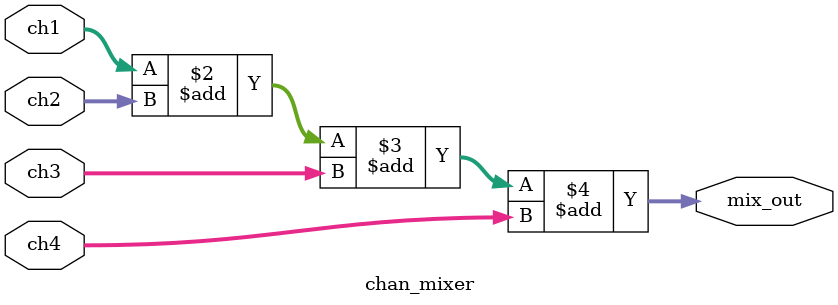
<source format=v>
module attenuator(
		  input 	snd_in,
		  input [3:0] 	att, 
		  output [5:0] 	snd_out
		  );
   always@*
     begin
	if(snd_in==0)snd_out<=0;
	else
	  begin
	     case(att)
	       0:snd_out<=63;
	       1:snd_out<=50;
	       2:snd_out<=40;
	       3:snd_out<=32;
	       4:snd_out<=25;
	       5:snd_out<=20;
	       6:snd_out<=16;
	       7:snd_out<=13;
	       8:snd_out<=10;
	       9:snd_out<=8;
	       10:snd_out<=6;
	       11:snd_out<=6;
	       12:snd_out<=4;
	       13:snd_out<=3;
	       14:snd_out<=2;
	       15:snd_out<=0;
	     endcase // case (att)
	  end // else: !if(snd_in==0)
     end // always@ *
endmodule // attenuator

module chan_mixer(
		  input [5:0] 	ch1,
		  input [5:0] 	ch2,
		  input [5:0] 	ch3,
		  input [5:0] 	ch4,
		  output [7:0] mix_out
		  );
   always@*
     begin
	mix_out<=ch1+ch2+ch3+ch4;	
     end
endmodule // chan_mixer

</source>
